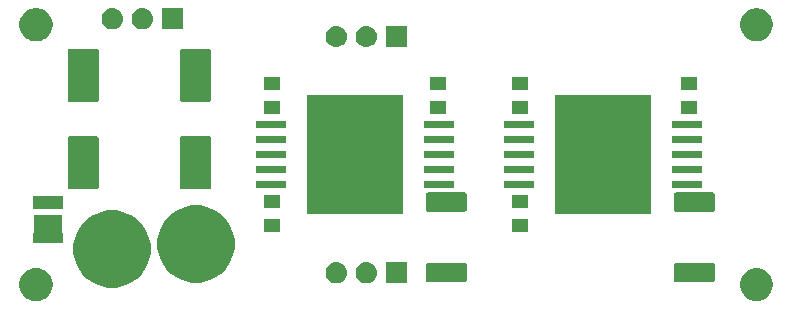
<source format=gts>
G04 #@! TF.GenerationSoftware,KiCad,Pcbnew,5.1.4-e60b266~84~ubuntu18.04.1*
G04 #@! TF.CreationDate,2019-09-11T16:52:19+05:30*
G04 #@! TF.ProjectId,SenseCam_STCS2A_rev1,53656e73-6543-4616-9d5f-535443533241,rev?*
G04 #@! TF.SameCoordinates,Original*
G04 #@! TF.FileFunction,Soldermask,Top*
G04 #@! TF.FilePolarity,Negative*
%FSLAX46Y46*%
G04 Gerber Fmt 4.6, Leading zero omitted, Abs format (unit mm)*
G04 Created by KiCad (PCBNEW 5.1.4-e60b266~84~ubuntu18.04.1) date 2019-09-11 16:52:19*
%MOMM*%
%LPD*%
G04 APERTURE LIST*
%ADD10C,0.100000*%
G04 APERTURE END LIST*
D10*
G36*
X163318433Y-122634893D02*
G01*
X163408657Y-122652839D01*
X163437190Y-122664658D01*
X163663621Y-122758449D01*
X163663622Y-122758450D01*
X163893086Y-122911772D01*
X164088228Y-123106914D01*
X164097691Y-123121077D01*
X164241551Y-123336379D01*
X164347161Y-123591344D01*
X164401000Y-123862012D01*
X164401000Y-124137988D01*
X164347161Y-124408656D01*
X164241551Y-124663621D01*
X164241550Y-124663622D01*
X164088228Y-124893086D01*
X163893086Y-125088228D01*
X163739763Y-125190675D01*
X163663621Y-125241551D01*
X163514267Y-125303415D01*
X163408657Y-125347161D01*
X163318433Y-125365107D01*
X163137988Y-125401000D01*
X162862012Y-125401000D01*
X162681567Y-125365107D01*
X162591343Y-125347161D01*
X162485733Y-125303415D01*
X162336379Y-125241551D01*
X162260237Y-125190675D01*
X162106914Y-125088228D01*
X161911772Y-124893086D01*
X161758450Y-124663622D01*
X161758449Y-124663621D01*
X161652839Y-124408656D01*
X161599000Y-124137988D01*
X161599000Y-123862012D01*
X161652839Y-123591344D01*
X161758449Y-123336379D01*
X161902309Y-123121077D01*
X161911772Y-123106914D01*
X162106914Y-122911772D01*
X162336378Y-122758450D01*
X162336379Y-122758449D01*
X162562810Y-122664658D01*
X162591343Y-122652839D01*
X162681567Y-122634893D01*
X162862012Y-122599000D01*
X163137988Y-122599000D01*
X163318433Y-122634893D01*
X163318433Y-122634893D01*
G37*
G36*
X102318433Y-122634893D02*
G01*
X102408657Y-122652839D01*
X102437190Y-122664658D01*
X102663621Y-122758449D01*
X102663622Y-122758450D01*
X102893086Y-122911772D01*
X103088228Y-123106914D01*
X103097691Y-123121077D01*
X103241551Y-123336379D01*
X103347161Y-123591344D01*
X103401000Y-123862012D01*
X103401000Y-124137988D01*
X103347161Y-124408656D01*
X103241551Y-124663621D01*
X103241550Y-124663622D01*
X103088228Y-124893086D01*
X102893086Y-125088228D01*
X102739763Y-125190675D01*
X102663621Y-125241551D01*
X102514267Y-125303415D01*
X102408657Y-125347161D01*
X102318433Y-125365107D01*
X102137988Y-125401000D01*
X101862012Y-125401000D01*
X101681567Y-125365107D01*
X101591343Y-125347161D01*
X101485733Y-125303415D01*
X101336379Y-125241551D01*
X101260237Y-125190675D01*
X101106914Y-125088228D01*
X100911772Y-124893086D01*
X100758450Y-124663622D01*
X100758449Y-124663621D01*
X100652839Y-124408656D01*
X100599000Y-124137988D01*
X100599000Y-123862012D01*
X100652839Y-123591344D01*
X100758449Y-123336379D01*
X100902309Y-123121077D01*
X100911772Y-123106914D01*
X101106914Y-122911772D01*
X101336378Y-122758450D01*
X101336379Y-122758449D01*
X101562810Y-122664658D01*
X101591343Y-122652839D01*
X101681567Y-122634893D01*
X101862012Y-122599000D01*
X102137988Y-122599000D01*
X102318433Y-122634893D01*
X102318433Y-122634893D01*
G37*
G36*
X109383806Y-117849125D02*
G01*
X109980145Y-118096137D01*
X109980147Y-118096138D01*
X110055519Y-118146500D01*
X110516838Y-118454743D01*
X110973257Y-118911162D01*
X111331863Y-119447855D01*
X111578875Y-120044194D01*
X111704800Y-120677262D01*
X111704800Y-121322738D01*
X111578875Y-121955806D01*
X111410275Y-122362842D01*
X111331862Y-122552147D01*
X110973257Y-123088838D01*
X110516838Y-123545257D01*
X109980147Y-123903862D01*
X109980146Y-123903863D01*
X109980145Y-123903863D01*
X109383806Y-124150875D01*
X108750738Y-124276800D01*
X108105262Y-124276800D01*
X107472194Y-124150875D01*
X106875855Y-123903863D01*
X106875854Y-123903863D01*
X106875853Y-123903862D01*
X106339162Y-123545257D01*
X105882743Y-123088838D01*
X105524138Y-122552147D01*
X105445725Y-122362842D01*
X105277125Y-121955806D01*
X105151200Y-121322738D01*
X105151200Y-120677262D01*
X105277125Y-120044194D01*
X105524137Y-119447855D01*
X105882743Y-118911162D01*
X106339162Y-118454743D01*
X106800481Y-118146500D01*
X106875853Y-118096138D01*
X106875855Y-118096137D01*
X107472194Y-117849125D01*
X108105262Y-117723200D01*
X108750738Y-117723200D01*
X109383806Y-117849125D01*
X109383806Y-117849125D01*
G37*
G36*
X127530442Y-122105518D02*
G01*
X127596627Y-122112037D01*
X127766466Y-122163557D01*
X127766468Y-122163558D01*
X127813069Y-122188467D01*
X127922991Y-122247222D01*
X127958729Y-122276552D01*
X128060186Y-122359814D01*
X128143448Y-122461271D01*
X128172778Y-122497009D01*
X128256443Y-122653534D01*
X128307963Y-122823373D01*
X128325359Y-123000000D01*
X128307963Y-123176627D01*
X128256443Y-123346466D01*
X128172778Y-123502991D01*
X128147100Y-123534280D01*
X128060186Y-123640186D01*
X127963584Y-123719464D01*
X127922991Y-123752778D01*
X127766466Y-123836443D01*
X127596627Y-123887963D01*
X127530443Y-123894481D01*
X127464260Y-123901000D01*
X127375740Y-123901000D01*
X127309557Y-123894481D01*
X127243373Y-123887963D01*
X127073534Y-123836443D01*
X126917009Y-123752778D01*
X126876416Y-123719464D01*
X126779814Y-123640186D01*
X126692900Y-123534280D01*
X126667222Y-123502991D01*
X126583557Y-123346466D01*
X126532037Y-123176627D01*
X126514641Y-123000000D01*
X126532037Y-122823373D01*
X126583557Y-122653534D01*
X126667222Y-122497009D01*
X126696552Y-122461271D01*
X126779814Y-122359814D01*
X126881271Y-122276552D01*
X126917009Y-122247222D01*
X127026931Y-122188467D01*
X127073532Y-122163558D01*
X127073534Y-122163557D01*
X127243373Y-122112037D01*
X127309558Y-122105518D01*
X127375740Y-122099000D01*
X127464260Y-122099000D01*
X127530442Y-122105518D01*
X127530442Y-122105518D01*
G37*
G36*
X133401000Y-123901000D02*
G01*
X131599000Y-123901000D01*
X131599000Y-122099000D01*
X133401000Y-122099000D01*
X133401000Y-123901000D01*
X133401000Y-123901000D01*
G37*
G36*
X130070442Y-122105518D02*
G01*
X130136627Y-122112037D01*
X130306466Y-122163557D01*
X130306468Y-122163558D01*
X130353069Y-122188467D01*
X130462991Y-122247222D01*
X130498729Y-122276552D01*
X130600186Y-122359814D01*
X130683448Y-122461271D01*
X130712778Y-122497009D01*
X130796443Y-122653534D01*
X130847963Y-122823373D01*
X130865359Y-123000000D01*
X130847963Y-123176627D01*
X130796443Y-123346466D01*
X130712778Y-123502991D01*
X130687100Y-123534280D01*
X130600186Y-123640186D01*
X130503584Y-123719464D01*
X130462991Y-123752778D01*
X130306466Y-123836443D01*
X130136627Y-123887963D01*
X130070443Y-123894481D01*
X130004260Y-123901000D01*
X129915740Y-123901000D01*
X129849557Y-123894481D01*
X129783373Y-123887963D01*
X129613534Y-123836443D01*
X129457009Y-123752778D01*
X129416416Y-123719464D01*
X129319814Y-123640186D01*
X129232900Y-123534280D01*
X129207222Y-123502991D01*
X129123557Y-123346466D01*
X129072037Y-123176627D01*
X129054641Y-123000000D01*
X129072037Y-122823373D01*
X129123557Y-122653534D01*
X129207222Y-122497009D01*
X129236552Y-122461271D01*
X129319814Y-122359814D01*
X129421271Y-122276552D01*
X129457009Y-122247222D01*
X129566931Y-122188467D01*
X129613532Y-122163558D01*
X129613534Y-122163557D01*
X129783373Y-122112037D01*
X129849558Y-122105518D01*
X129915740Y-122099000D01*
X130004260Y-122099000D01*
X130070442Y-122105518D01*
X130070442Y-122105518D01*
G37*
G36*
X116495806Y-117424945D02*
G01*
X117066535Y-117661349D01*
X117092147Y-117671958D01*
X117628838Y-118030563D01*
X118085257Y-118486982D01*
X118368685Y-118911162D01*
X118443863Y-119023675D01*
X118690875Y-119620014D01*
X118816800Y-120253082D01*
X118816800Y-120898558D01*
X118690875Y-121531626D01*
X118443863Y-122127965D01*
X118443862Y-122127967D01*
X118085257Y-122664658D01*
X117628838Y-123121077D01*
X117092147Y-123479682D01*
X117092146Y-123479683D01*
X117092145Y-123479683D01*
X116495806Y-123726695D01*
X115862738Y-123852620D01*
X115217262Y-123852620D01*
X114584194Y-123726695D01*
X113987855Y-123479683D01*
X113987854Y-123479683D01*
X113987853Y-123479682D01*
X113451162Y-123121077D01*
X112994743Y-122664658D01*
X112636138Y-122127967D01*
X112636137Y-122127965D01*
X112389125Y-121531626D01*
X112263200Y-120898558D01*
X112263200Y-120253082D01*
X112389125Y-119620014D01*
X112636137Y-119023675D01*
X112711316Y-118911162D01*
X112994743Y-118486982D01*
X113451162Y-118030563D01*
X113987853Y-117671958D01*
X114013465Y-117661349D01*
X114584194Y-117424945D01*
X115217262Y-117299020D01*
X115862738Y-117299020D01*
X116495806Y-117424945D01*
X116495806Y-117424945D01*
G37*
G36*
X138328820Y-122178103D02*
G01*
X138362985Y-122188467D01*
X138394464Y-122205293D01*
X138422060Y-122227940D01*
X138444707Y-122255536D01*
X138461533Y-122287015D01*
X138471897Y-122321180D01*
X138476000Y-122362842D01*
X138476000Y-123612158D01*
X138471897Y-123653820D01*
X138461533Y-123687985D01*
X138444707Y-123719464D01*
X138422060Y-123747060D01*
X138394464Y-123769707D01*
X138362985Y-123786533D01*
X138328820Y-123796897D01*
X138287158Y-123801000D01*
X135212842Y-123801000D01*
X135171180Y-123796897D01*
X135137015Y-123786533D01*
X135105536Y-123769707D01*
X135077940Y-123747060D01*
X135055293Y-123719464D01*
X135038467Y-123687985D01*
X135028103Y-123653820D01*
X135024000Y-123612158D01*
X135024000Y-122362842D01*
X135028103Y-122321180D01*
X135038467Y-122287015D01*
X135055293Y-122255536D01*
X135077940Y-122227940D01*
X135105536Y-122205293D01*
X135137015Y-122188467D01*
X135171180Y-122178103D01*
X135212842Y-122174000D01*
X138287158Y-122174000D01*
X138328820Y-122178103D01*
X138328820Y-122178103D01*
G37*
G36*
X159328820Y-122178103D02*
G01*
X159362985Y-122188467D01*
X159394464Y-122205293D01*
X159422060Y-122227940D01*
X159444707Y-122255536D01*
X159461533Y-122287015D01*
X159471897Y-122321180D01*
X159476000Y-122362842D01*
X159476000Y-123612158D01*
X159471897Y-123653820D01*
X159461533Y-123687985D01*
X159444707Y-123719464D01*
X159422060Y-123747060D01*
X159394464Y-123769707D01*
X159362985Y-123786533D01*
X159328820Y-123796897D01*
X159287158Y-123801000D01*
X156212842Y-123801000D01*
X156171180Y-123796897D01*
X156137015Y-123786533D01*
X156105536Y-123769707D01*
X156077940Y-123747060D01*
X156055293Y-123719464D01*
X156038467Y-123687985D01*
X156028103Y-123653820D01*
X156024000Y-123612158D01*
X156024000Y-122362842D01*
X156028103Y-122321180D01*
X156038467Y-122287015D01*
X156055293Y-122255536D01*
X156077940Y-122227940D01*
X156105536Y-122205293D01*
X156137015Y-122188467D01*
X156171180Y-122178103D01*
X156212842Y-122174000D01*
X159287158Y-122174000D01*
X159328820Y-122178103D01*
X159328820Y-122178103D01*
G37*
G36*
X104168500Y-119494001D02*
G01*
X104170902Y-119518387D01*
X104178015Y-119541836D01*
X104189566Y-119563447D01*
X104205111Y-119582389D01*
X104224053Y-119597934D01*
X104243500Y-119608328D01*
X104243500Y-120481000D01*
X101756500Y-120481000D01*
X101756500Y-119608328D01*
X101775947Y-119597934D01*
X101794889Y-119582389D01*
X101810434Y-119563447D01*
X101821985Y-119541836D01*
X101829098Y-119518387D01*
X101831500Y-119494001D01*
X101831500Y-118146500D01*
X104168500Y-118146500D01*
X104168500Y-119494001D01*
X104168500Y-119494001D01*
G37*
G36*
X122676000Y-119551000D02*
G01*
X121324000Y-119551000D01*
X121324000Y-118449000D01*
X122676000Y-118449000D01*
X122676000Y-119551000D01*
X122676000Y-119551000D01*
G37*
G36*
X143676000Y-119551000D02*
G01*
X142324000Y-119551000D01*
X142324000Y-118449000D01*
X143676000Y-118449000D01*
X143676000Y-119551000D01*
X143676000Y-119551000D01*
G37*
G36*
X133051000Y-118051000D02*
G01*
X124949000Y-118051000D01*
X124949000Y-107949000D01*
X133051000Y-107949000D01*
X133051000Y-118051000D01*
X133051000Y-118051000D01*
G37*
G36*
X154051000Y-118051000D02*
G01*
X145949000Y-118051000D01*
X145949000Y-107949000D01*
X154051000Y-107949000D01*
X154051000Y-118051000D01*
X154051000Y-118051000D01*
G37*
G36*
X159328820Y-116203103D02*
G01*
X159362985Y-116213467D01*
X159394464Y-116230293D01*
X159422060Y-116252940D01*
X159444707Y-116280536D01*
X159461533Y-116312015D01*
X159471897Y-116346180D01*
X159476000Y-116387842D01*
X159476000Y-117637158D01*
X159471897Y-117678820D01*
X159461533Y-117712985D01*
X159444707Y-117744464D01*
X159422060Y-117772060D01*
X159394464Y-117794707D01*
X159362985Y-117811533D01*
X159328820Y-117821897D01*
X159287158Y-117826000D01*
X156212842Y-117826000D01*
X156171180Y-117821897D01*
X156137015Y-117811533D01*
X156105536Y-117794707D01*
X156077940Y-117772060D01*
X156055293Y-117744464D01*
X156038467Y-117712985D01*
X156028103Y-117678820D01*
X156024000Y-117637158D01*
X156024000Y-116387842D01*
X156028103Y-116346180D01*
X156038467Y-116312015D01*
X156055293Y-116280536D01*
X156077940Y-116252940D01*
X156105536Y-116230293D01*
X156137015Y-116213467D01*
X156171180Y-116203103D01*
X156212842Y-116199000D01*
X159287158Y-116199000D01*
X159328820Y-116203103D01*
X159328820Y-116203103D01*
G37*
G36*
X138328820Y-116203103D02*
G01*
X138362985Y-116213467D01*
X138394464Y-116230293D01*
X138422060Y-116252940D01*
X138444707Y-116280536D01*
X138461533Y-116312015D01*
X138471897Y-116346180D01*
X138476000Y-116387842D01*
X138476000Y-117637158D01*
X138471897Y-117678820D01*
X138461533Y-117712985D01*
X138444707Y-117744464D01*
X138422060Y-117772060D01*
X138394464Y-117794707D01*
X138362985Y-117811533D01*
X138328820Y-117821897D01*
X138287158Y-117826000D01*
X135212842Y-117826000D01*
X135171180Y-117821897D01*
X135137015Y-117811533D01*
X135105536Y-117794707D01*
X135077940Y-117772060D01*
X135055293Y-117744464D01*
X135038467Y-117712985D01*
X135028103Y-117678820D01*
X135024000Y-117637158D01*
X135024000Y-116387842D01*
X135028103Y-116346180D01*
X135038467Y-116312015D01*
X135055293Y-116280536D01*
X135077940Y-116252940D01*
X135105536Y-116230293D01*
X135137015Y-116213467D01*
X135171180Y-116203103D01*
X135212842Y-116199000D01*
X138287158Y-116199000D01*
X138328820Y-116203103D01*
X138328820Y-116203103D01*
G37*
G36*
X104243500Y-117611000D02*
G01*
X101756500Y-117611000D01*
X101756500Y-116519000D01*
X104243500Y-116519000D01*
X104243500Y-117611000D01*
X104243500Y-117611000D01*
G37*
G36*
X143676000Y-117551000D02*
G01*
X142324000Y-117551000D01*
X142324000Y-116449000D01*
X143676000Y-116449000D01*
X143676000Y-117551000D01*
X143676000Y-117551000D01*
G37*
G36*
X122676000Y-117551000D02*
G01*
X121324000Y-117551000D01*
X121324000Y-116449000D01*
X122676000Y-116449000D01*
X122676000Y-117551000D01*
X122676000Y-117551000D01*
G37*
G36*
X116671934Y-111452671D02*
G01*
X116701877Y-111461754D01*
X116729465Y-111476500D01*
X116753651Y-111496349D01*
X116773500Y-111520535D01*
X116788246Y-111548123D01*
X116797329Y-111578066D01*
X116801000Y-111615340D01*
X116801000Y-115784660D01*
X116797329Y-115821934D01*
X116788246Y-115851877D01*
X116773500Y-115879465D01*
X116753651Y-115903651D01*
X116729465Y-115923500D01*
X116701877Y-115938246D01*
X116671934Y-115947329D01*
X116634660Y-115951000D01*
X114365340Y-115951000D01*
X114328066Y-115947329D01*
X114298123Y-115938246D01*
X114270535Y-115923500D01*
X114246349Y-115903651D01*
X114226500Y-115879465D01*
X114211754Y-115851877D01*
X114202671Y-115821934D01*
X114199000Y-115784660D01*
X114199000Y-111615340D01*
X114202671Y-111578066D01*
X114211754Y-111548123D01*
X114226500Y-111520535D01*
X114246349Y-111496349D01*
X114270535Y-111476500D01*
X114298123Y-111461754D01*
X114328066Y-111452671D01*
X114365340Y-111449000D01*
X116634660Y-111449000D01*
X116671934Y-111452671D01*
X116671934Y-111452671D01*
G37*
G36*
X107171934Y-111452671D02*
G01*
X107201877Y-111461754D01*
X107229465Y-111476500D01*
X107253651Y-111496349D01*
X107273500Y-111520535D01*
X107288246Y-111548123D01*
X107297329Y-111578066D01*
X107301000Y-111615340D01*
X107301000Y-115784660D01*
X107297329Y-115821934D01*
X107288246Y-115851877D01*
X107273500Y-115879465D01*
X107253651Y-115903651D01*
X107229465Y-115923500D01*
X107201877Y-115938246D01*
X107171934Y-115947329D01*
X107134660Y-115951000D01*
X104865340Y-115951000D01*
X104828066Y-115947329D01*
X104798123Y-115938246D01*
X104770535Y-115923500D01*
X104746349Y-115903651D01*
X104726500Y-115879465D01*
X104711754Y-115851877D01*
X104702671Y-115821934D01*
X104699000Y-115784660D01*
X104699000Y-111615340D01*
X104702671Y-111578066D01*
X104711754Y-111548123D01*
X104726500Y-111520535D01*
X104746349Y-111496349D01*
X104770535Y-111476500D01*
X104798123Y-111461754D01*
X104828066Y-111452671D01*
X104865340Y-111449000D01*
X107134660Y-111449000D01*
X107171934Y-111452671D01*
X107171934Y-111452671D01*
G37*
G36*
X123176000Y-115841000D02*
G01*
X120624000Y-115841000D01*
X120624000Y-115239000D01*
X123176000Y-115239000D01*
X123176000Y-115841000D01*
X123176000Y-115841000D01*
G37*
G36*
X137376000Y-115841000D02*
G01*
X134824000Y-115841000D01*
X134824000Y-115239000D01*
X137376000Y-115239000D01*
X137376000Y-115841000D01*
X137376000Y-115841000D01*
G37*
G36*
X144176000Y-115841000D02*
G01*
X141624000Y-115841000D01*
X141624000Y-115239000D01*
X144176000Y-115239000D01*
X144176000Y-115841000D01*
X144176000Y-115841000D01*
G37*
G36*
X158376000Y-115841000D02*
G01*
X155824000Y-115841000D01*
X155824000Y-115239000D01*
X158376000Y-115239000D01*
X158376000Y-115841000D01*
X158376000Y-115841000D01*
G37*
G36*
X123176000Y-114571000D02*
G01*
X120624000Y-114571000D01*
X120624000Y-113969000D01*
X123176000Y-113969000D01*
X123176000Y-114571000D01*
X123176000Y-114571000D01*
G37*
G36*
X137376000Y-114571000D02*
G01*
X134824000Y-114571000D01*
X134824000Y-113969000D01*
X137376000Y-113969000D01*
X137376000Y-114571000D01*
X137376000Y-114571000D01*
G37*
G36*
X144176000Y-114571000D02*
G01*
X141624000Y-114571000D01*
X141624000Y-113969000D01*
X144176000Y-113969000D01*
X144176000Y-114571000D01*
X144176000Y-114571000D01*
G37*
G36*
X158376000Y-114571000D02*
G01*
X155824000Y-114571000D01*
X155824000Y-113969000D01*
X158376000Y-113969000D01*
X158376000Y-114571000D01*
X158376000Y-114571000D01*
G37*
G36*
X158376000Y-113301000D02*
G01*
X155824000Y-113301000D01*
X155824000Y-112699000D01*
X158376000Y-112699000D01*
X158376000Y-113301000D01*
X158376000Y-113301000D01*
G37*
G36*
X137376000Y-113301000D02*
G01*
X134824000Y-113301000D01*
X134824000Y-112699000D01*
X137376000Y-112699000D01*
X137376000Y-113301000D01*
X137376000Y-113301000D01*
G37*
G36*
X123176000Y-113301000D02*
G01*
X120624000Y-113301000D01*
X120624000Y-112699000D01*
X123176000Y-112699000D01*
X123176000Y-113301000D01*
X123176000Y-113301000D01*
G37*
G36*
X144176000Y-113301000D02*
G01*
X141624000Y-113301000D01*
X141624000Y-112699000D01*
X144176000Y-112699000D01*
X144176000Y-113301000D01*
X144176000Y-113301000D01*
G37*
G36*
X123176000Y-112031000D02*
G01*
X120624000Y-112031000D01*
X120624000Y-111429000D01*
X123176000Y-111429000D01*
X123176000Y-112031000D01*
X123176000Y-112031000D01*
G37*
G36*
X137376000Y-112031000D02*
G01*
X134824000Y-112031000D01*
X134824000Y-111429000D01*
X137376000Y-111429000D01*
X137376000Y-112031000D01*
X137376000Y-112031000D01*
G37*
G36*
X144176000Y-112031000D02*
G01*
X141624000Y-112031000D01*
X141624000Y-111429000D01*
X144176000Y-111429000D01*
X144176000Y-112031000D01*
X144176000Y-112031000D01*
G37*
G36*
X158376000Y-112031000D02*
G01*
X155824000Y-112031000D01*
X155824000Y-111429000D01*
X158376000Y-111429000D01*
X158376000Y-112031000D01*
X158376000Y-112031000D01*
G37*
G36*
X158376000Y-110761000D02*
G01*
X155824000Y-110761000D01*
X155824000Y-110159000D01*
X158376000Y-110159000D01*
X158376000Y-110761000D01*
X158376000Y-110761000D01*
G37*
G36*
X137376000Y-110761000D02*
G01*
X134824000Y-110761000D01*
X134824000Y-110159000D01*
X137376000Y-110159000D01*
X137376000Y-110761000D01*
X137376000Y-110761000D01*
G37*
G36*
X144176000Y-110761000D02*
G01*
X141624000Y-110761000D01*
X141624000Y-110159000D01*
X144176000Y-110159000D01*
X144176000Y-110761000D01*
X144176000Y-110761000D01*
G37*
G36*
X123176000Y-110761000D02*
G01*
X120624000Y-110761000D01*
X120624000Y-110159000D01*
X123176000Y-110159000D01*
X123176000Y-110761000D01*
X123176000Y-110761000D01*
G37*
G36*
X143676000Y-109551000D02*
G01*
X142324000Y-109551000D01*
X142324000Y-108449000D01*
X143676000Y-108449000D01*
X143676000Y-109551000D01*
X143676000Y-109551000D01*
G37*
G36*
X136676000Y-109551000D02*
G01*
X135324000Y-109551000D01*
X135324000Y-108449000D01*
X136676000Y-108449000D01*
X136676000Y-109551000D01*
X136676000Y-109551000D01*
G37*
G36*
X122676000Y-109551000D02*
G01*
X121324000Y-109551000D01*
X121324000Y-108449000D01*
X122676000Y-108449000D01*
X122676000Y-109551000D01*
X122676000Y-109551000D01*
G37*
G36*
X157926000Y-109551000D02*
G01*
X156574000Y-109551000D01*
X156574000Y-108449000D01*
X157926000Y-108449000D01*
X157926000Y-109551000D01*
X157926000Y-109551000D01*
G37*
G36*
X116671934Y-104052671D02*
G01*
X116701877Y-104061754D01*
X116729465Y-104076500D01*
X116753651Y-104096349D01*
X116773500Y-104120535D01*
X116788246Y-104148123D01*
X116797329Y-104178066D01*
X116801000Y-104215340D01*
X116801000Y-108384660D01*
X116797329Y-108421934D01*
X116788246Y-108451877D01*
X116773500Y-108479465D01*
X116753651Y-108503651D01*
X116729465Y-108523500D01*
X116701877Y-108538246D01*
X116671934Y-108547329D01*
X116634660Y-108551000D01*
X114365340Y-108551000D01*
X114328066Y-108547329D01*
X114298123Y-108538246D01*
X114270535Y-108523500D01*
X114246349Y-108503651D01*
X114226500Y-108479465D01*
X114211754Y-108451877D01*
X114202671Y-108421934D01*
X114199000Y-108384660D01*
X114199000Y-104215340D01*
X114202671Y-104178066D01*
X114211754Y-104148123D01*
X114226500Y-104120535D01*
X114246349Y-104096349D01*
X114270535Y-104076500D01*
X114298123Y-104061754D01*
X114328066Y-104052671D01*
X114365340Y-104049000D01*
X116634660Y-104049000D01*
X116671934Y-104052671D01*
X116671934Y-104052671D01*
G37*
G36*
X107171934Y-104052671D02*
G01*
X107201877Y-104061754D01*
X107229465Y-104076500D01*
X107253651Y-104096349D01*
X107273500Y-104120535D01*
X107288246Y-104148123D01*
X107297329Y-104178066D01*
X107301000Y-104215340D01*
X107301000Y-108384660D01*
X107297329Y-108421934D01*
X107288246Y-108451877D01*
X107273500Y-108479465D01*
X107253651Y-108503651D01*
X107229465Y-108523500D01*
X107201877Y-108538246D01*
X107171934Y-108547329D01*
X107134660Y-108551000D01*
X104865340Y-108551000D01*
X104828066Y-108547329D01*
X104798123Y-108538246D01*
X104770535Y-108523500D01*
X104746349Y-108503651D01*
X104726500Y-108479465D01*
X104711754Y-108451877D01*
X104702671Y-108421934D01*
X104699000Y-108384660D01*
X104699000Y-104215340D01*
X104702671Y-104178066D01*
X104711754Y-104148123D01*
X104726500Y-104120535D01*
X104746349Y-104096349D01*
X104770535Y-104076500D01*
X104798123Y-104061754D01*
X104828066Y-104052671D01*
X104865340Y-104049000D01*
X107134660Y-104049000D01*
X107171934Y-104052671D01*
X107171934Y-104052671D01*
G37*
G36*
X143676000Y-107551000D02*
G01*
X142324000Y-107551000D01*
X142324000Y-106449000D01*
X143676000Y-106449000D01*
X143676000Y-107551000D01*
X143676000Y-107551000D01*
G37*
G36*
X136676000Y-107551000D02*
G01*
X135324000Y-107551000D01*
X135324000Y-106449000D01*
X136676000Y-106449000D01*
X136676000Y-107551000D01*
X136676000Y-107551000D01*
G37*
G36*
X122676000Y-107551000D02*
G01*
X121324000Y-107551000D01*
X121324000Y-106449000D01*
X122676000Y-106449000D01*
X122676000Y-107551000D01*
X122676000Y-107551000D01*
G37*
G36*
X157926000Y-107551000D02*
G01*
X156574000Y-107551000D01*
X156574000Y-106449000D01*
X157926000Y-106449000D01*
X157926000Y-107551000D01*
X157926000Y-107551000D01*
G37*
G36*
X127530443Y-102105519D02*
G01*
X127596627Y-102112037D01*
X127766466Y-102163557D01*
X127922991Y-102247222D01*
X127929762Y-102252779D01*
X128060186Y-102359814D01*
X128143448Y-102461271D01*
X128172778Y-102497009D01*
X128256443Y-102653534D01*
X128307963Y-102823373D01*
X128325359Y-103000000D01*
X128307963Y-103176627D01*
X128256443Y-103346466D01*
X128172778Y-103502991D01*
X128143448Y-103538729D01*
X128060186Y-103640186D01*
X127958729Y-103723448D01*
X127922991Y-103752778D01*
X127766466Y-103836443D01*
X127596627Y-103887963D01*
X127530442Y-103894482D01*
X127464260Y-103901000D01*
X127375740Y-103901000D01*
X127309558Y-103894482D01*
X127243373Y-103887963D01*
X127073534Y-103836443D01*
X126917009Y-103752778D01*
X126881271Y-103723448D01*
X126779814Y-103640186D01*
X126696552Y-103538729D01*
X126667222Y-103502991D01*
X126583557Y-103346466D01*
X126532037Y-103176627D01*
X126514641Y-103000000D01*
X126532037Y-102823373D01*
X126583557Y-102653534D01*
X126667222Y-102497009D01*
X126696552Y-102461271D01*
X126779814Y-102359814D01*
X126910238Y-102252779D01*
X126917009Y-102247222D01*
X127073534Y-102163557D01*
X127243373Y-102112037D01*
X127309557Y-102105519D01*
X127375740Y-102099000D01*
X127464260Y-102099000D01*
X127530443Y-102105519D01*
X127530443Y-102105519D01*
G37*
G36*
X133401000Y-103901000D02*
G01*
X131599000Y-103901000D01*
X131599000Y-102099000D01*
X133401000Y-102099000D01*
X133401000Y-103901000D01*
X133401000Y-103901000D01*
G37*
G36*
X130070443Y-102105519D02*
G01*
X130136627Y-102112037D01*
X130306466Y-102163557D01*
X130462991Y-102247222D01*
X130469762Y-102252779D01*
X130600186Y-102359814D01*
X130683448Y-102461271D01*
X130712778Y-102497009D01*
X130796443Y-102653534D01*
X130847963Y-102823373D01*
X130865359Y-103000000D01*
X130847963Y-103176627D01*
X130796443Y-103346466D01*
X130712778Y-103502991D01*
X130683448Y-103538729D01*
X130600186Y-103640186D01*
X130498729Y-103723448D01*
X130462991Y-103752778D01*
X130306466Y-103836443D01*
X130136627Y-103887963D01*
X130070442Y-103894482D01*
X130004260Y-103901000D01*
X129915740Y-103901000D01*
X129849558Y-103894482D01*
X129783373Y-103887963D01*
X129613534Y-103836443D01*
X129457009Y-103752778D01*
X129421271Y-103723448D01*
X129319814Y-103640186D01*
X129236552Y-103538729D01*
X129207222Y-103502991D01*
X129123557Y-103346466D01*
X129072037Y-103176627D01*
X129054641Y-103000000D01*
X129072037Y-102823373D01*
X129123557Y-102653534D01*
X129207222Y-102497009D01*
X129236552Y-102461271D01*
X129319814Y-102359814D01*
X129450238Y-102252779D01*
X129457009Y-102247222D01*
X129613534Y-102163557D01*
X129783373Y-102112037D01*
X129849557Y-102105519D01*
X129915740Y-102099000D01*
X130004260Y-102099000D01*
X130070443Y-102105519D01*
X130070443Y-102105519D01*
G37*
G36*
X163318433Y-100634893D02*
G01*
X163408657Y-100652839D01*
X163514267Y-100696585D01*
X163663621Y-100758449D01*
X163663622Y-100758450D01*
X163893086Y-100911772D01*
X164088228Y-101106914D01*
X164119378Y-101153534D01*
X164241551Y-101336379D01*
X164347161Y-101591344D01*
X164401000Y-101862012D01*
X164401000Y-102137988D01*
X164347161Y-102408656D01*
X164241551Y-102663621D01*
X164241550Y-102663622D01*
X164088228Y-102893086D01*
X163893086Y-103088228D01*
X163760790Y-103176625D01*
X163663621Y-103241551D01*
X163514267Y-103303415D01*
X163408657Y-103347161D01*
X163318433Y-103365107D01*
X163137988Y-103401000D01*
X162862012Y-103401000D01*
X162681567Y-103365107D01*
X162591343Y-103347161D01*
X162485733Y-103303415D01*
X162336379Y-103241551D01*
X162239210Y-103176625D01*
X162106914Y-103088228D01*
X161911772Y-102893086D01*
X161758450Y-102663622D01*
X161758449Y-102663621D01*
X161652839Y-102408656D01*
X161599000Y-102137988D01*
X161599000Y-101862012D01*
X161652839Y-101591344D01*
X161758449Y-101336379D01*
X161880622Y-101153534D01*
X161911772Y-101106914D01*
X162106914Y-100911772D01*
X162336378Y-100758450D01*
X162336379Y-100758449D01*
X162485733Y-100696585D01*
X162591343Y-100652839D01*
X162681567Y-100634893D01*
X162862012Y-100599000D01*
X163137988Y-100599000D01*
X163318433Y-100634893D01*
X163318433Y-100634893D01*
G37*
G36*
X102318433Y-100634893D02*
G01*
X102408657Y-100652839D01*
X102514267Y-100696585D01*
X102663621Y-100758449D01*
X102663622Y-100758450D01*
X102893086Y-100911772D01*
X103088228Y-101106914D01*
X103119378Y-101153534D01*
X103241551Y-101336379D01*
X103347161Y-101591344D01*
X103401000Y-101862012D01*
X103401000Y-102137988D01*
X103347161Y-102408656D01*
X103241551Y-102663621D01*
X103241550Y-102663622D01*
X103088228Y-102893086D01*
X102893086Y-103088228D01*
X102760790Y-103176625D01*
X102663621Y-103241551D01*
X102514267Y-103303415D01*
X102408657Y-103347161D01*
X102318433Y-103365107D01*
X102137988Y-103401000D01*
X101862012Y-103401000D01*
X101681567Y-103365107D01*
X101591343Y-103347161D01*
X101485733Y-103303415D01*
X101336379Y-103241551D01*
X101239210Y-103176625D01*
X101106914Y-103088228D01*
X100911772Y-102893086D01*
X100758450Y-102663622D01*
X100758449Y-102663621D01*
X100652839Y-102408656D01*
X100599000Y-102137988D01*
X100599000Y-101862012D01*
X100652839Y-101591344D01*
X100758449Y-101336379D01*
X100880622Y-101153534D01*
X100911772Y-101106914D01*
X101106914Y-100911772D01*
X101336378Y-100758450D01*
X101336379Y-100758449D01*
X101485733Y-100696585D01*
X101591343Y-100652839D01*
X101681567Y-100634893D01*
X101862012Y-100599000D01*
X102137988Y-100599000D01*
X102318433Y-100634893D01*
X102318433Y-100634893D01*
G37*
G36*
X114441000Y-102401000D02*
G01*
X112639000Y-102401000D01*
X112639000Y-100599000D01*
X114441000Y-100599000D01*
X114441000Y-102401000D01*
X114441000Y-102401000D01*
G37*
G36*
X111110443Y-100605519D02*
G01*
X111176627Y-100612037D01*
X111346466Y-100663557D01*
X111502991Y-100747222D01*
X111516671Y-100758449D01*
X111640186Y-100859814D01*
X111723448Y-100961271D01*
X111752778Y-100997009D01*
X111836443Y-101153534D01*
X111887963Y-101323373D01*
X111905359Y-101500000D01*
X111887963Y-101676627D01*
X111836443Y-101846466D01*
X111752778Y-102002991D01*
X111723448Y-102038729D01*
X111640186Y-102140186D01*
X111538729Y-102223448D01*
X111502991Y-102252778D01*
X111346466Y-102336443D01*
X111176627Y-102387963D01*
X111110443Y-102394481D01*
X111044260Y-102401000D01*
X110955740Y-102401000D01*
X110889557Y-102394481D01*
X110823373Y-102387963D01*
X110653534Y-102336443D01*
X110497009Y-102252778D01*
X110461271Y-102223448D01*
X110359814Y-102140186D01*
X110276552Y-102038729D01*
X110247222Y-102002991D01*
X110163557Y-101846466D01*
X110112037Y-101676627D01*
X110094641Y-101500000D01*
X110112037Y-101323373D01*
X110163557Y-101153534D01*
X110247222Y-100997009D01*
X110276552Y-100961271D01*
X110359814Y-100859814D01*
X110483329Y-100758449D01*
X110497009Y-100747222D01*
X110653534Y-100663557D01*
X110823373Y-100612037D01*
X110889558Y-100605518D01*
X110955740Y-100599000D01*
X111044260Y-100599000D01*
X111110443Y-100605519D01*
X111110443Y-100605519D01*
G37*
G36*
X108570443Y-100605519D02*
G01*
X108636627Y-100612037D01*
X108806466Y-100663557D01*
X108962991Y-100747222D01*
X108976671Y-100758449D01*
X109100186Y-100859814D01*
X109183448Y-100961271D01*
X109212778Y-100997009D01*
X109296443Y-101153534D01*
X109347963Y-101323373D01*
X109365359Y-101500000D01*
X109347963Y-101676627D01*
X109296443Y-101846466D01*
X109212778Y-102002991D01*
X109183448Y-102038729D01*
X109100186Y-102140186D01*
X108998729Y-102223448D01*
X108962991Y-102252778D01*
X108806466Y-102336443D01*
X108636627Y-102387963D01*
X108570443Y-102394481D01*
X108504260Y-102401000D01*
X108415740Y-102401000D01*
X108349557Y-102394481D01*
X108283373Y-102387963D01*
X108113534Y-102336443D01*
X107957009Y-102252778D01*
X107921271Y-102223448D01*
X107819814Y-102140186D01*
X107736552Y-102038729D01*
X107707222Y-102002991D01*
X107623557Y-101846466D01*
X107572037Y-101676627D01*
X107554641Y-101500000D01*
X107572037Y-101323373D01*
X107623557Y-101153534D01*
X107707222Y-100997009D01*
X107736552Y-100961271D01*
X107819814Y-100859814D01*
X107943329Y-100758449D01*
X107957009Y-100747222D01*
X108113534Y-100663557D01*
X108283373Y-100612037D01*
X108349558Y-100605518D01*
X108415740Y-100599000D01*
X108504260Y-100599000D01*
X108570443Y-100605519D01*
X108570443Y-100605519D01*
G37*
M02*

</source>
